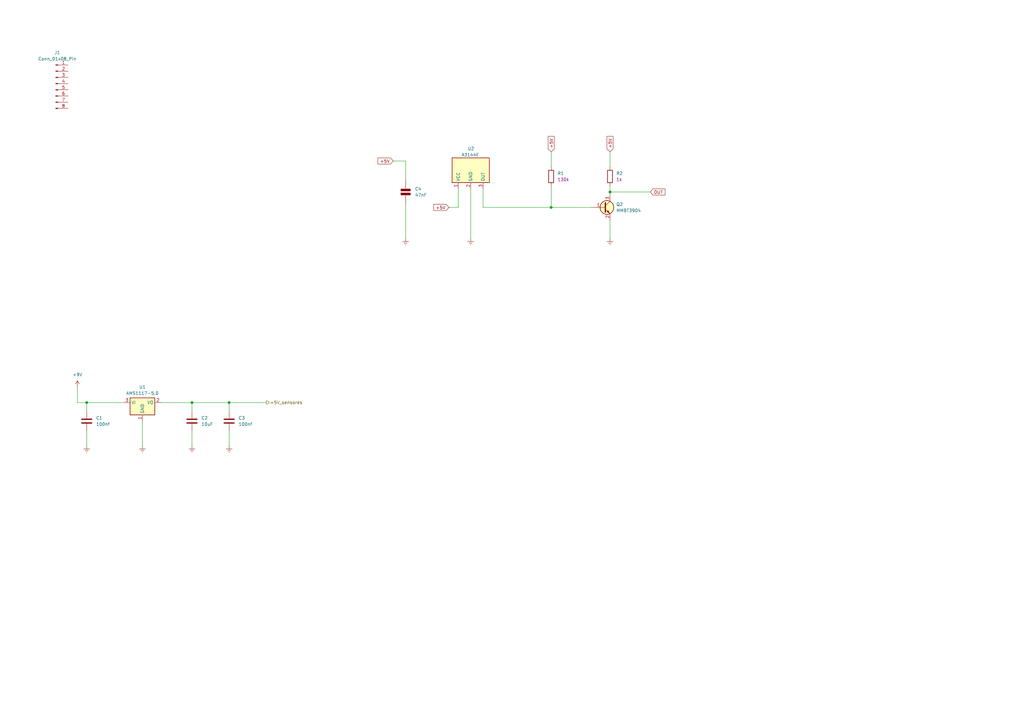
<source format=kicad_sch>
(kicad_sch (version 20230121) (generator eeschema)
  (paper "A3")
  (title_block (title "Esquematico do anemômetro") (date "2023-06-21") (rev "V1.0"))
  (lib_symbols
    (symbol "Connector:Conn_01x08_Pin" (pin_names (offset 1.016) hide)
      (property "Reference" "J" (at 0 10.16 0))
      (property "Value" "Conn_01x08_Pin" (at 0 -12.7 0))
      (symbol "Conn_01x08_Pin_1_1"
        (polyline (pts (xy 1.27 -10.16) (xy 0.8636 -10.16)) (stroke (width 0.1524)))
        (polyline (pts (xy 1.27 -7.62) (xy 0.8636 -7.62)) (stroke (width 0.1524)))
        (polyline (pts (xy 1.27 -5.08) (xy 0.8636 -5.08)) (stroke (width 0.1524)))
        (polyline (pts (xy 1.27 -2.54) (xy 0.8636 -2.54)) (stroke (width 0.1524)))
        (polyline (pts (xy 1.27 0) (xy 0.8636 0)) (stroke (width 0.1524)))
        (polyline (pts (xy 1.27 2.54) (xy 0.8636 2.54)) (stroke (width 0.1524)))
        (polyline (pts (xy 1.27 5.08) (xy 0.8636 5.08)) (stroke (width 0.1524)))
        (polyline (pts (xy 1.27 7.62) (xy 0.8636 7.62)) (stroke (width 0.1524)))
        (rectangle (start 0.8636 -10.033) (end 0 -10.287) (stroke (width 0.1524)) (fill (type outline)))
        (rectangle (start 0.8636 -7.493) (end 0 -7.747) (stroke (width 0.1524)) (fill (type outline)))
        (rectangle (start 0.8636 -4.953) (end 0 -5.207) (stroke (width 0.1524)) (fill (type outline)))
        (rectangle (start 0.8636 -2.413) (end 0 -2.667) (stroke (width 0.1524)) (fill (type outline)))
        (rectangle (start 0.8636 0.127) (end 0 -0.127) (stroke (width 0.1524)) (fill (type outline)))
        (rectangle (start 0.8636 2.667) (end 0 2.413) (stroke (width 0.1524)) (fill (type outline)))
        (rectangle (start 0.8636 5.207) (end 0 4.953) (stroke (width 0.1524)) (fill (type outline)))
        (rectangle (start 0.8636 7.747) (end 0 7.493) (stroke (width 0.1524)) (fill (type outline)))
        (pin passive line (at 5.08 7.62 180) (length 3.81) (name "Pin_1") (number "1"))
        (pin passive line (at 5.08 5.08 180) (length 3.81) (name "Pin_2") (number "2"))
        (pin passive line (at 5.08 2.54 180) (length 3.81) (name "Pin_3") (number "3"))
        (pin passive line (at 5.08 0 180) (length 3.81) (name "Pin_4") (number "4"))
        (pin passive line (at 5.08 -2.54 180) (length 3.81) (name "Pin_5") (number "5"))
        (pin passive line (at 5.08 -5.08 180) (length 3.81) (name "Pin_6") (number "6"))
        (pin passive line (at 5.08 -7.62 180) (length 3.81) (name "Pin_7") (number "7"))
        (pin passive line (at 5.08 -10.16 180) (length 3.81) (name "Pin_8") (number "8"))
      )
    )
    (symbol "Device:C" (pin_numbers hide) (pin_names (offset 0.254))
      (property "Reference" "C" (at 0.635 2.54 0))
      (property "Value" "C" (at 0.635 -2.54 0))
      (symbol "C_0_1"
        (polyline (pts (xy -2.032 -0.762) (xy 2.032 -0.762)) (stroke (width 0.508)))
        (polyline (pts (xy -2.032 0.762) (xy 2.032 0.762)) (stroke (width 0.508)))
      )
      (symbol "C_1_1"
        (pin passive line (at 0 3.81 270) (length 2.794) (name "~") (number "1"))
        (pin passive line (at 0 -3.81 90) (length 2.794) (name "~") (number "2"))
      )
    )
    (symbol "PCM_4ms_Resistor:0R_0603" (pin_numbers hide) (pin_names (offset 0))
      (property "Reference" "R" (at 2.032 0 90))
      (property "Display" "0R" (at 3.81 0 90))
      (symbol "0R_0603_0_1"
        (rectangle (start -1.016 -2.54) (end 1.016 2.54) (stroke (width 0.254)))
      )
      (symbol "0R_0603_1_1"
        (pin passive line (at 0 3.81 270) (length 1.27) (name "~") (number "1"))
        (pin passive line (at 0 -3.81 90) (length 1.27) (name "~") (number "2"))
      )
    )
    (symbol "PCM_Elektuur:C" (pin_numbers hide) (pin_names (offset 0) hide)
      (property "Reference" "C" (at 0.635 3.175 0))
      (property "Value" "C" (at 0.635 -3.175 0))
      (symbol "C_1_1"
        (rectangle (start -1.905 -0.4318) (end 1.905 -1.1938) (stroke (width 0.254)) (fill (type outline)))
        (rectangle (start -1.905 1.1938) (end 1.905 0.4318) (stroke (width 0.254)) (fill (type outline)))
        (pin passive line (at 0 5.08 270) (length 3.8862) (name "+") (number "1"))
        (pin passive line (at 0 -5.08 90) (length 3.8862) (name "-") (number "2"))
      )
      (symbol "C_1_2"
        (polyline (pts (xy -1.905 -1.4986) (xy 1.905 -1.4986) (xy 1.905 -0.4318) (xy -1.905 -0.4318) (xy -1.905 -1.4986) (xy -1.8034 -1.397) (xy -1.8034 -0.5334) (xy 1.8034 -0.5334) (xy 1.8034 -1.397) (xy -1.8034 -1.397) (xy -1.905 -1.4986)) (stroke (width 0.254)) (fill (type outline)))
        (polyline (pts (xy -1.905 0.4318) (xy 1.905 0.4318) (xy 1.905 1.4986) (xy -1.905 1.4986) (xy -1.905 0.4318) (xy -1.8034 0.5334) (xy -1.8034 1.397) (xy 1.8034 1.397) (xy 1.8034 0.5334) (xy -1.8034 0.5334) (xy -1.905 0.4318)) (stroke (width 0.254)) (fill (type outline)))
        (pin passive line (at 0 5.08 270) (length 3.5814) (name "+") (number "1"))
        (pin passive line (at 0 -5.08 90) (length 3.5814) (name "-") (number "2"))
      )
    )
    (symbol "PCM_Transistor_BJT_AKL:MMBT3904" (pin_names hide)
      (property "Reference" "Q" (at 5.08 1.27 0))
      (property "Value" "MMBT3904" (at 5.08 -1.27 0))
      (symbol "MMBT3904_0_1"
        (polyline (pts (xy 0.635 0.635) (xy 2.54 2.54)))
        (polyline (pts (xy 0.635 -0.635) (xy 2.54 -2.54) (xy 2.54 -2.54)))
        (polyline (pts (xy 0.635 1.905) (xy 0.635 -1.905) (xy 0.635 -1.905)) (stroke (width 0.508)))
        (polyline (pts (xy 1.27 -1.778) (xy 1.778 -1.27) (xy 2.286 -2.286) (xy 1.27 -1.778) (xy 1.27 -1.778)) (fill (type outline)))
        (circle (center 1.27 0) (radius 2.8194) (stroke (width 0.254)) (fill (type background)))
      )
      (symbol "MMBT3904_1_1"
        (pin input line (at -5.08 0 0) (length 5.715) (name "B") (number "1"))
        (pin passive line (at 2.54 -5.08 90) (length 2.54) (name "E") (number "2"))
        (pin passive line (at 2.54 5.08 270) (length 2.54) (name "C") (number "3"))
      )
    )
    (symbol "Regulator_Linear:AMS1117-5.0"
      (property "Reference" "U" (at -3.81 3.175 0))
      (property "Value" "AMS1117-5.0" (at 0 3.175 0))
      (symbol "AMS1117-5.0_0_1"
        (rectangle (start -5.08 -5.08) (end 5.08 1.905) (stroke (width 0.254)) (fill (type background)))
      )
      (symbol "AMS1117-5.0_1_1"
        (pin power_in line (at 0 -7.62 90) (length 2.54) (name "GND") (number "1"))
        (pin power_out line (at 7.62 0 180) (length 2.54) (name "VO") (number "2"))
        (pin power_in line (at -7.62 0 0) (length 2.54) (name "VI") (number "3"))
      )
    )
    (symbol "Sensor_Magnetic:DRV5055A4xLPGxQ1"
      (property "Reference" "U3" (at -3.81 6.35 0))
      (property "Value" "A3144E" (at -6.35 3.81 0))
      (symbol "DRV5055A4xLPGxQ1_1_1"
        (rectangle (start -10.16 2.54) (end 5.08 -7.62) (stroke (width 0.254)) (fill (type background)))
        (pin power_in line (at -7.62 -10.16 90) (length 2.54) (name "VCC") (number "1"))
        (pin output line (at -2.54 -10.16 90) (length 2.54) (name "GND") (number "2"))
        (pin output line (at 2.54 -10.16 90) (length 2.54) (name "OUT") (number "3"))
      )
    )
    (symbol "power:+9V" (power) (pin_names (offset 0))
      (property "Value" "+9V" (at 0 3.556 0))
      (symbol "+9V_0_1"
        (polyline (pts (xy -0.762 1.27) (xy 0 2.54)))
        (polyline (pts (xy 0 0) (xy 0 2.54)))
        (polyline (pts (xy 0 2.54) (xy 0.762 1.27)))
      )
      (symbol "+9V_1_1"
        (pin power_in line (at 0 0 90) (length 0) hide (name "+9V") (number "1"))
      )
    )
    (symbol "power:Earth" (power) (pin_names (offset 0))
      (symbol "Earth_0_1"
        (polyline (pts (xy -0.635 -1.905) (xy 0.635 -1.905)))
        (polyline (pts (xy -0.127 -2.54) (xy 0.127 -2.54)))
        (polyline (pts (xy 0 -1.27) (xy 0 0)))
        (polyline (pts (xy 1.27 -1.27) (xy -1.27 -1.27)))
      )
      (symbol "Earth_1_1"
        (pin power_in line (at 0 0 270) (length 0) hide (name "Earth") (number "1"))
      )
    )
  )
  (junction (at 226.06 85.09))
  (junction (at 93.98 165.1))
  (junction (at 35.56 165.1))
  (junction (at 250.19 78.74))
  (junction (at 78.74 165.1))
  (wire (pts (xy 35.56 168.91) (xy 35.56 165.1)))
  (wire (pts (xy 226.06 85.09) (xy 242.57 85.09)))
  (wire (pts (xy 187.96 77.47) (xy 187.96 85.09)))
  (wire (pts (xy 66.04 165.1) (xy 78.74 165.1)))
  (wire (pts (xy 250.19 78.74) (xy 250.19 80.01)))
  (wire (pts (xy 226.06 76.2) (xy 226.06 85.09)))
  (wire (pts (xy 31.75 165.1) (xy 35.56 165.1)))
  (wire (pts (xy 187.96 85.09) (xy 184.15 85.09)))
  (wire (pts (xy 78.74 165.1) (xy 93.98 165.1)))
  (wire (pts (xy 250.19 76.2) (xy 250.19 78.74)))
  (wire (pts (xy 250.19 78.74) (xy 266.7 78.74)))
  (wire (pts (xy 93.98 176.53) (xy 93.98 182.88)))
  (wire (pts (xy 93.98 165.1) (xy 93.98 168.91)))
  (wire (pts (xy 193.04 77.47) (xy 193.04 97.79)))
  (wire (pts (xy 58.42 172.72) (xy 58.42 182.88)))
  (wire (pts (xy 78.74 165.1) (xy 78.74 168.91)))
  (wire (pts (xy 78.74 176.53) (xy 78.74 182.88)))
  (wire (pts (xy 226.06 62.23) (xy 226.06 68.58)))
  (wire (pts (xy 35.56 176.53) (xy 35.56 182.88)))
  (wire (pts (xy 250.19 62.23) (xy 250.19 68.58)))
  (wire (pts (xy 198.12 77.47) (xy 198.12 85.09)))
  (wire (pts (xy 250.19 90.17) (xy 250.19 97.79)))
  (wire (pts (xy 166.37 83.82) (xy 166.37 97.79)))
  (wire (pts (xy 166.37 66.04) (xy 166.37 73.66)))
  (wire (pts (xy 35.56 165.1) (xy 50.8 165.1)))
  (wire (pts (xy 161.29 66.04) (xy 166.37 66.04)))
  (wire (pts (xy 198.12 85.09) (xy 226.06 85.09)))
  (wire (pts (xy 93.98 165.1) (xy 109.22 165.1)))
  (wire (pts (xy 31.75 158.75) (xy 31.75 165.1)))
  (global_label "+5V" (shape input) (at 161.29 66.04 180) (property "Intersheetrefs" "${INTERSHEET_REFS}" (effects hide)))
  (global_label "OUT" (shape input) (at 266.7 78.74 0) (property "Intersheetrefs" "${INTERSHEET_REFS}" (effects hide)))
  (global_label "+5V" (shape input) (at 250.19 62.23 90) (property "Intersheetrefs" "${INTERSHEET_REFS}" (effects hide)))
  (global_label "+5V" (shape input) (at 226.06 62.23 90) (property "Intersheetrefs" "${INTERSHEET_REFS}" (effects hide)))
  (global_label "+5V" (shape input) (at 184.15 85.09 180) (property "Intersheetrefs" "${INTERSHEET_REFS}" (effects hide)))
  (hierarchical_label "+5V_sensores" (shape output) (at 109.22 165.1 0))
  (symbol (lib_id "power:Earth") (at 78.74 182.88 0) (unit 1)
    (property "Reference" "#PWR04" (effects hide))
    (property "Value" "Earth" (effects hide))
  )
  (symbol (lib_id "power:Earth") (at 35.56 182.88 0) (unit 1)
    (property "Reference" "#PWR02" (effects hide))
    (property "Value" "Earth" (effects hide))
  )
  (symbol (lib_id "PCM_Elektuur:C") (at 166.37 78.74 0) (unit 1)
    (property "Reference" "C4" (at 170.18 77.47 0) (effects (justify left)))
    (property "Value" "47nF" (at 170.18 80.01 0) (effects (justify left)))
    (property "Footprint" "Capacitor_SMD:C_0805_2012Metric_Pad1.18x1.45mm_HandSolder" (effects hide))
    (property "Indicator" "+" (effects hide))
    (property "Rating" "V" (effects hide))
  )
  (symbol (lib_id "Connector:Conn_01x08_Pin") (at 22.86 34.29 0) (unit 1)
    (property "Reference" "J1" (at 23.495 21.59 0))
    (property "Value" "Conn_01x08_Pin" (at 23.495 24.13 0))
    (property "Footprint" "Connector_JST:JST_SH_BM08B-SRSS-TB_1x08-1MP_P1.00mm_Vertical" (effects hide))
  )
  (symbol (lib_id "PCM_4ms_Resistor:0R_0603") (at 226.06 72.39 0) (unit 1)
    (property "Reference" "R1" (at 228.6 71.12 0) (effects (justify left)))
    (property "Value" "0R_0603" (effects hide))
    (property "Footprint" "Resistor_SMD:R_1206_3216Metric_Pad1.30x1.75mm_HandSolder" (effects hide))
    (property "Specifications" "0R, 1%, 1/10W, 0603" (effects hide))
    (property "Manufacturer" "Yageo" (effects hide))
    (property "Part Number" "RC0603FR-100RL" (effects hide))
    (property "Display" "130k" (at 228.6 73.66 0) (effects (justify left)))
    (property "JLCPCB ID" "C21189" (effects hide))
  )
  (symbol (lib_id "power:Earth") (at 93.98 182.88 0) (unit 1)
    (property "Reference" "#PWR05" (effects hide))
    (property "Value" "Earth" (effects hide))
  )
  (symbol (lib_id "power:Earth") (at 58.42 182.88 0) (unit 1)
    (property "Reference" "#PWR03" (effects hide))
    (property "Value" "Earth" (effects hide))
  )
  (symbol (lib_id "Device:C") (at 93.98 172.72 0) (unit 1)
    (property "Reference" "C3" (at 97.79 171.45 0) (effects (justify left)))
    (property "Value" "100nf" (at 97.79 173.99 0) (effects (justify left)))
    (property "Footprint" "Capacitor_SMD:C_0805_2012Metric_Pad1.18x1.45mm_HandSolder" (effects hide))
  )
  (symbol (lib_id "Device:C") (at 78.74 172.72 0) (unit 1)
    (property "Reference" "C2" (at 82.55 171.45 0) (effects (justify left)))
    (property "Value" "10uF" (at 82.55 173.99 0) (effects (justify left)))
    (property "Footprint" "Capacitor_SMD:C_0805_2012Metric_Pad1.18x1.45mm_HandSolder" (effects hide))
  )
  (symbol (lib_id "Device:C") (at 35.56 172.72 0) (unit 1)
    (property "Reference" "C1" (at 39.37 171.45 0) (effects (justify left)))
    (property "Value" "100nf" (at 39.37 173.99 0) (effects (justify left)))
    (property "Footprint" "Capacitor_SMD:C_0805_2012Metric_Pad1.18x1.45mm_HandSolder" (effects hide))
  )
  (symbol (lib_id "power:Earth") (at 166.37 97.79 0) (unit 1)
    (property "Reference" "#PWR08" (effects hide))
    (property "Value" "Earth" (effects hide))
  )
  (symbol (lib_id "Regulator_Linear:AMS1117-5.0") (at 58.42 165.1 0) (unit 1)
    (property "Reference" "U1" (at 58.42 158.75 0))
    (property "Value" "AMS1117-5.0" (at 58.42 161.29 0))
    (property "Footprint" "Package_TO_SOT_SMD:SOT-223-3_TabPin2" (effects hide))
    (property "Datasheet" "http://www.advanced-monolithic.com/pdf/ds1117.pdf" (effects hide))
  )
  (symbol (lib_id "power:Earth") (at 193.04 97.79 0) (unit 1)
    (property "Reference" "#PWR06" (effects hide))
    (property "Value" "Earth" (effects hide))
  )
  (symbol (lib_id "power:Earth") (at 250.19 97.79 0) (unit 1)
    (property "Reference" "#PWR07" (effects hide))
    (property "Value" "Earth" (effects hide))
  )
  (symbol (lib_id "PCM_4ms_Resistor:0R_0603") (at 250.19 72.39 0) (unit 1)
    (property "Reference" "R2" (at 252.73 71.12 0) (effects (justify left)))
    (property "Value" "0R_0603" (effects hide))
    (property "Footprint" "Resistor_SMD:R_1206_3216Metric_Pad1.30x1.75mm_HandSolder" (effects hide))
    (property "Specifications" "0R, 1%, 1/10W, 0603" (effects hide))
    (property "Manufacturer" "Yageo" (effects hide))
    (property "Part Number" "RC0603FR-100RL" (effects hide))
    (property "Display" "1k" (at 252.73 73.66 0) (effects (justify left)))
    (property "JLCPCB ID" "C21189" (effects hide))
  )
  (symbol (lib_id "PCM_Transistor_BJT_AKL:MMBT3904") (at 247.65 85.09 0) (unit 1)
    (property "Reference" "Q2" (at 252.73 83.82 0) (effects (justify left)))
    (property "Value" "MMBT3904" (at 252.73 86.36 0) (effects (justify left)))
    (property "Footprint" "Package_TO_SOT_SMD:SOT-23" (effects hide))
    (property "Datasheet" "https://www.tme.eu/Document/12bff749841e3a356e683e9a8e7e4119/2N3904BU-DTE.pdf" (effects hide))
  )
  (symbol (lib_id "Sensor_Magnetic:DRV5055A4xLPGxQ1") (at 195.58 67.31 0) (unit 1)
    (property "Reference" "U2" (at 191.77 60.96 0) (effects (justify left)))
    (property "Value" "A3144E" (at 189.23 63.5 0) (effects (justify left)))
    (property "Footprint" "Package_TO_SOT_THT:TO-92S" (effects hide))
  )
  (symbol (lib_id "power:+9V") (at 31.75 158.75 0) (unit 1)
    (property "Reference" "#PWR01" (effects hide))
    (property "Value" "+9V" (at 31.75 153.67 0))
  )
)
</source>
